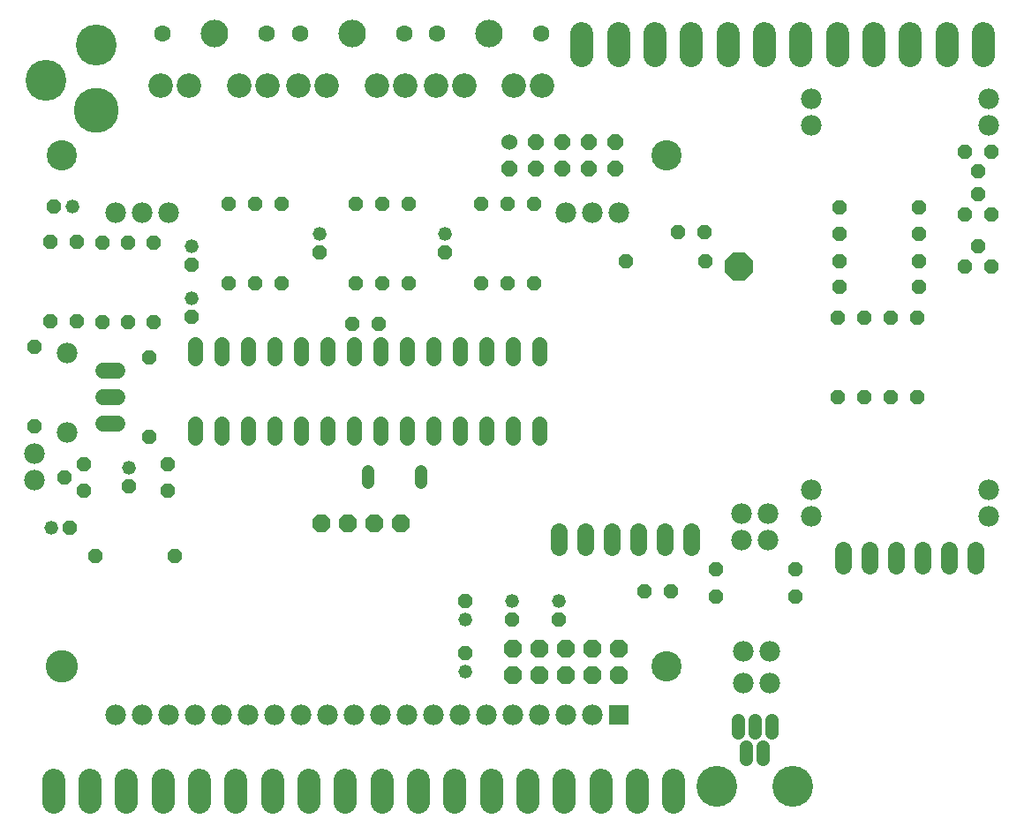
<source format=gbs>
G75*
%MOIN*%
%OFA0B0*%
%FSLAX24Y24*%
%IPPOS*%
%LPD*%
%AMOC8*
5,1,8,0,0,1.08239X$1,22.5*
%
%ADD10C,0.1142*%
%ADD11C,0.1221*%
%ADD12C,0.0560*%
%ADD13OC8,0.0560*%
%ADD14C,0.0480*%
%ADD15OC8,0.0670*%
%ADD16OC8,0.1040*%
%ADD17C,0.1540*%
%ADD18C,0.0516*%
%ADD19C,0.1040*%
%ADD20C,0.0926*%
%ADD21C,0.0631*%
%ADD22OC8,0.0520*%
%ADD23C,0.0520*%
%ADD24C,0.1700*%
%ADD25C,0.1542*%
%ADD26C,0.0640*%
%ADD27R,0.0780X0.0780*%
%ADD28C,0.0780*%
%ADD29C,0.0600*%
%ADD30OC8,0.0600*%
%ADD31C,0.0880*%
%ADD32C,0.0600*%
D10*
X025528Y006835D03*
X025528Y026126D03*
X002694Y026126D03*
D11*
X002694Y006835D03*
D12*
X007725Y015482D02*
X007725Y016002D01*
X008725Y016002D02*
X008725Y015482D01*
X009725Y015482D02*
X009725Y016002D01*
X010725Y016002D02*
X010725Y015482D01*
X011725Y015482D02*
X011725Y016002D01*
X012725Y016002D02*
X012725Y015482D01*
X013725Y015482D02*
X013725Y016002D01*
X014725Y016002D02*
X014725Y015482D01*
X015725Y015482D02*
X015725Y016002D01*
X016725Y016002D02*
X016725Y015482D01*
X017725Y015482D02*
X017725Y016002D01*
X018725Y016002D02*
X018725Y015482D01*
X019725Y015482D02*
X019725Y016002D01*
X020725Y016002D02*
X020725Y015482D01*
X020725Y018482D02*
X020725Y019002D01*
X019725Y019002D02*
X019725Y018482D01*
X018725Y018482D02*
X018725Y019002D01*
X017725Y019002D02*
X017725Y018482D01*
X016725Y018482D02*
X016725Y019002D01*
X015725Y019002D02*
X015725Y018482D01*
X014725Y018482D02*
X014725Y019002D01*
X013725Y019002D02*
X013725Y018482D01*
X012725Y018482D02*
X012725Y019002D01*
X011725Y019002D02*
X011725Y018482D01*
X010725Y018482D02*
X010725Y019002D01*
X009725Y019002D02*
X009725Y018482D01*
X008725Y018482D02*
X008725Y019002D01*
X007725Y019002D02*
X007725Y018482D01*
D13*
X006141Y019841D03*
X005172Y019841D03*
X004204Y019841D03*
X003231Y019858D03*
X002247Y019858D03*
X001656Y018921D03*
X001656Y015921D03*
X003526Y014476D03*
X002776Y013976D03*
X003526Y013476D03*
X005963Y015492D03*
X006676Y014476D03*
X006676Y013476D03*
X006955Y010992D03*
X003955Y010992D03*
X005963Y018492D03*
X008975Y021292D03*
X009975Y021292D03*
X010975Y021292D03*
X013775Y021292D03*
X014775Y021292D03*
X015775Y021292D03*
X014656Y019783D03*
X013656Y019783D03*
X018521Y021317D03*
X019521Y021317D03*
X020521Y021317D03*
X023975Y022146D03*
X025960Y023228D03*
X026960Y023228D03*
X026975Y022146D03*
X032046Y022146D03*
X032048Y021175D03*
X031985Y020006D03*
X032985Y020006D03*
X033985Y020006D03*
X034985Y020006D03*
X035048Y021175D03*
X035046Y022146D03*
X035048Y023175D03*
X035048Y024175D03*
X036786Y023917D03*
X037286Y024667D03*
X037286Y025530D03*
X036786Y026280D03*
X037786Y026280D03*
X037786Y023917D03*
X037286Y022699D03*
X036786Y021949D03*
X037786Y021949D03*
X034985Y017006D03*
X033985Y017006D03*
X032985Y017006D03*
X031985Y017006D03*
X032048Y023175D03*
X032048Y024175D03*
X020521Y024317D03*
X019521Y024317D03*
X018521Y024317D03*
X015775Y024292D03*
X014775Y024292D03*
X013775Y024292D03*
X010975Y024292D03*
X009975Y024292D03*
X008975Y024292D03*
X006141Y022841D03*
X005172Y022841D03*
X004204Y022841D03*
X003231Y022858D03*
X002247Y022858D03*
X024691Y009688D03*
X025691Y009688D03*
X027370Y009490D03*
X027370Y010499D03*
X030370Y010499D03*
X030370Y009490D03*
D14*
X016229Y013764D02*
X016229Y014204D01*
X014229Y014204D02*
X014229Y013764D01*
D15*
X014475Y012242D03*
X015475Y012242D03*
X013475Y012242D03*
X012475Y012242D03*
X019725Y007492D03*
X020725Y007492D03*
X020725Y006492D03*
X019725Y006492D03*
X021725Y006492D03*
X022725Y006492D03*
X022725Y007492D03*
X021725Y007492D03*
X023725Y007492D03*
X023725Y006492D03*
D16*
X028231Y021949D03*
D17*
X027405Y002299D03*
X030279Y002299D03*
D18*
X029157Y003339D02*
X029157Y003815D01*
X028842Y004327D02*
X028842Y004802D01*
X028212Y004802D02*
X028212Y004327D01*
X028527Y003815D02*
X028527Y003339D01*
X029472Y004327D02*
X029472Y004802D01*
D19*
X018807Y030739D03*
X013636Y030729D03*
X008436Y030729D03*
D20*
X009381Y028761D03*
X010444Y028761D03*
X011628Y028761D03*
X012691Y028761D03*
X014581Y028761D03*
X015644Y028761D03*
X016799Y028770D03*
X017862Y028770D03*
X019752Y028770D03*
X020815Y028770D03*
X007491Y028761D03*
X006428Y028761D03*
D21*
X006467Y030729D03*
X010404Y030729D03*
X011667Y030729D03*
X015604Y030729D03*
X016839Y030739D03*
X020776Y030739D03*
D22*
X017146Y022467D03*
X012396Y022467D03*
X007562Y021993D03*
X007562Y020051D03*
X002389Y024213D03*
X005200Y013626D03*
X002976Y012089D03*
X017897Y009307D03*
X019668Y008607D03*
X021440Y008607D03*
X017897Y007338D03*
D23*
X017897Y006638D03*
X017897Y008607D03*
X019668Y009307D03*
X021440Y009307D03*
X007562Y020751D03*
X007562Y022693D03*
X003089Y024213D03*
X012396Y023167D03*
X017146Y023167D03*
X005200Y014326D03*
X002276Y012089D03*
D24*
X003975Y027838D03*
D25*
X002086Y028960D03*
X003975Y030298D03*
D26*
X021445Y011935D02*
X021445Y011335D01*
X022445Y011335D02*
X022445Y011935D01*
X023445Y011935D02*
X023445Y011335D01*
X024445Y011335D02*
X024445Y011935D01*
X025445Y011935D02*
X025445Y011335D01*
X026445Y011335D02*
X026445Y011935D01*
X032188Y011225D02*
X032188Y010625D01*
X033188Y010625D02*
X033188Y011225D01*
X034188Y011225D02*
X034188Y010625D01*
X035188Y010625D02*
X035188Y011225D01*
X036188Y011225D02*
X036188Y010625D01*
X037188Y010625D02*
X037188Y011225D01*
D27*
X023725Y004992D03*
D28*
X022725Y004992D03*
X021725Y004992D03*
X020725Y004992D03*
X019725Y004992D03*
X018725Y004992D03*
X017725Y004992D03*
X016725Y004992D03*
X015725Y004992D03*
X014725Y004992D03*
X013725Y004992D03*
X012725Y004992D03*
X011725Y004992D03*
X010725Y004992D03*
X009725Y004992D03*
X008725Y004992D03*
X007725Y004992D03*
X006725Y004992D03*
X005725Y004992D03*
X004725Y004992D03*
X001656Y013862D03*
X001656Y014862D03*
X002869Y015689D03*
X002869Y018689D03*
X004725Y023988D03*
X005725Y023988D03*
X006725Y023988D03*
X021725Y023988D03*
X022725Y023988D03*
X023725Y023988D03*
X030987Y027264D03*
X030987Y028264D03*
X037680Y028264D03*
X037680Y027264D03*
X037680Y013500D03*
X037680Y012500D03*
X030987Y012500D03*
X030987Y013500D03*
X029350Y012617D03*
X028350Y012617D03*
X028350Y011617D03*
X029350Y011617D03*
X029414Y007413D03*
X028414Y007413D03*
X028398Y006207D03*
X029398Y006207D03*
D29*
X019591Y026626D03*
D30*
X019591Y025626D03*
X020591Y025626D03*
X021591Y025626D03*
X021591Y026626D03*
X020591Y026626D03*
X022591Y026626D03*
X023591Y026626D03*
X023591Y025626D03*
X022591Y025626D03*
D31*
X002365Y002546D02*
X002365Y001706D01*
X003743Y001706D02*
X003743Y002546D01*
X005121Y002546D02*
X005121Y001706D01*
X006499Y001706D02*
X006499Y002546D01*
X007877Y002546D02*
X007877Y001706D01*
X009255Y001706D02*
X009255Y002546D01*
X010633Y002538D02*
X010633Y001698D01*
X012011Y001698D02*
X012011Y002538D01*
X013389Y002538D02*
X013389Y001698D01*
X014767Y001698D02*
X014767Y002538D01*
X016145Y002538D02*
X016145Y001698D01*
X017523Y001698D02*
X017523Y002538D01*
X018900Y002538D02*
X018900Y001698D01*
X020278Y001698D02*
X020278Y002538D01*
X021656Y002538D02*
X021656Y001698D01*
X023034Y001698D02*
X023034Y002538D01*
X024412Y002538D02*
X024412Y001698D01*
X025790Y001698D02*
X025790Y002538D01*
X026460Y029895D02*
X026460Y030735D01*
X025082Y030735D02*
X025082Y029895D01*
X023704Y029895D02*
X023704Y030735D01*
X022326Y030735D02*
X022326Y029895D01*
X027837Y029895D02*
X027837Y030735D01*
X029215Y030735D02*
X029215Y029895D01*
X030593Y029895D02*
X030593Y030735D01*
X031971Y030735D02*
X031971Y029895D01*
X033349Y029895D02*
X033349Y030735D01*
X034727Y030735D02*
X034727Y029895D01*
X036105Y029895D02*
X036105Y030735D01*
X037483Y030735D02*
X037483Y029895D01*
D32*
X004793Y017992D02*
X004233Y017992D01*
X004233Y016992D02*
X004793Y016992D01*
X004793Y015992D02*
X004233Y015992D01*
M02*

</source>
